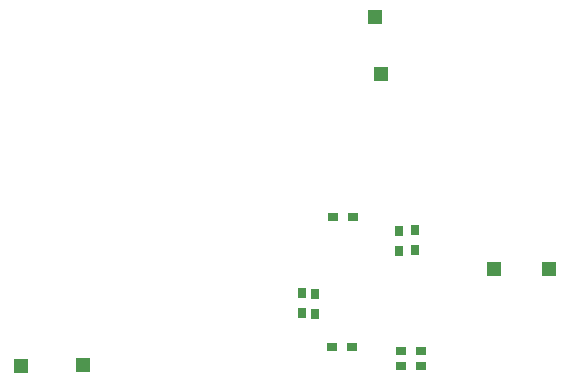
<source format=gbr>
G04 DipTrace 3.2.0.1*
G04 BottomPaste.gbr*
%MOIN*%
G04 #@! TF.FileFunction,Paste,Bot*
G04 #@! TF.Part,Single*
%ADD37R,0.031496X0.035433*%
%ADD89R,0.051181X0.051181*%
%ADD95R,0.035433X0.031496*%
%FSLAX26Y26*%
G04*
G70*
G90*
G75*
G01*
G04 BotPaste*
%LPD*%
D37*
X1496063Y1311024D3*
Y1244094D3*
X1541339Y1309055D3*
Y1242126D3*
D95*
X1667323Y1564961D3*
X1600394D3*
X1826772Y1066929D3*
X1893701D3*
X1596457Y1131890D3*
X1663386D3*
D37*
X1820866Y1450787D3*
Y1517717D3*
X1874016Y1452756D3*
Y1519685D3*
D95*
X1826772Y1118110D3*
X1893701D3*
D89*
X765714Y1070866D3*
X560990Y1066929D3*
X1740157Y2232283D3*
X1759843Y2039370D3*
X2318898Y1389764D3*
X2137795D3*
M02*

</source>
